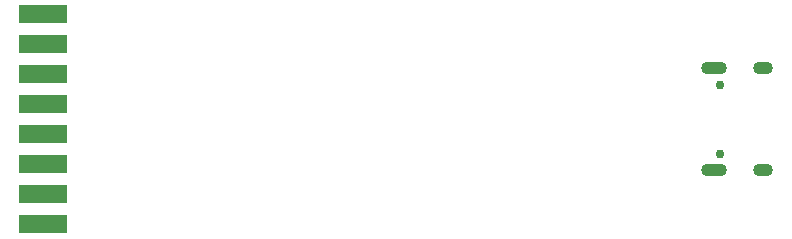
<source format=gbr>
%TF.GenerationSoftware,KiCad,Pcbnew,(5.1.6)-1*%
%TF.CreationDate,2020-08-12T13:20:57+08:00*%
%TF.ProjectId,sl_v2,736c5f76-322e-46b6-9963-61645f706362,rev?*%
%TF.SameCoordinates,Original*%
%TF.FileFunction,Soldermask,Bot*%
%TF.FilePolarity,Negative*%
%FSLAX46Y46*%
G04 Gerber Fmt 4.6, Leading zero omitted, Abs format (unit mm)*
G04 Created by KiCad (PCBNEW (5.1.6)-1) date 2020-08-12 13:20:57*
%MOMM*%
%LPD*%
G01*
G04 APERTURE LIST*
%ADD10R,4.100000X1.500000*%
%ADD11O,1.700000X1.100000*%
%ADD12C,0.750000*%
%ADD13O,2.200000X1.100000*%
G04 APERTURE END LIST*
D10*
%TO.C,J2*%
X127889000Y-89154000D03*
X127889000Y-91694000D03*
X127889000Y-94234000D03*
X127889000Y-96774000D03*
X127889000Y-99314000D03*
X127889000Y-101854000D03*
X127889000Y-104394000D03*
X127889000Y-106934000D03*
%TD*%
D11*
%TO.C,J1*%
X188883000Y-93724000D03*
D12*
X185233000Y-95154000D03*
D11*
X188883000Y-102364000D03*
D12*
X185233000Y-100934000D03*
D13*
X184703000Y-102364000D03*
X184703000Y-93724000D03*
%TD*%
M02*

</source>
